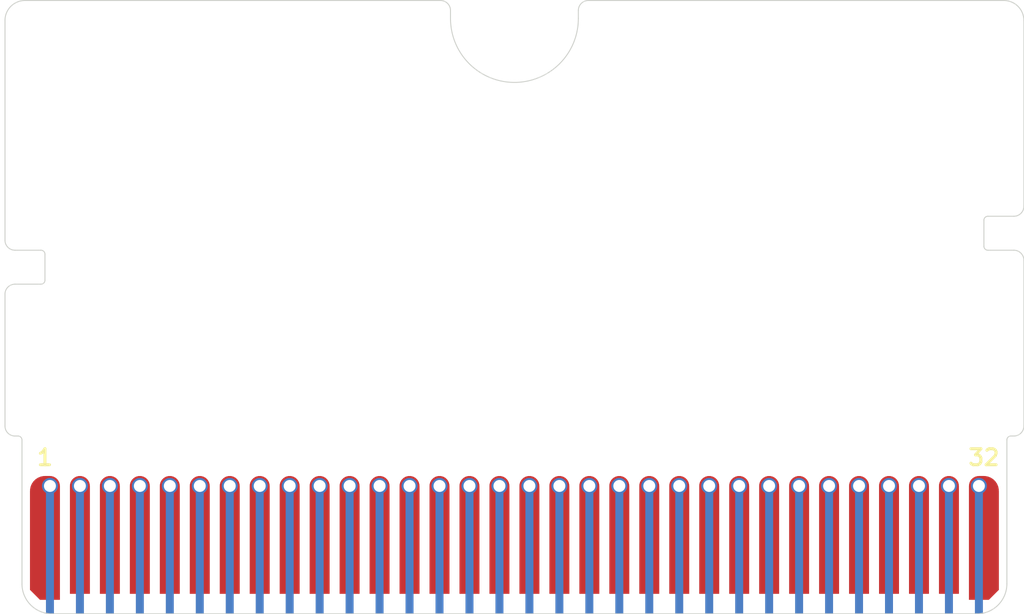
<source format=kicad_pcb>
(kicad_pcb (version 20171130) (host pcbnew "(5.1.6-0-10_14)")

  (general
    (thickness 0.8)
    (drawings 38)
    (tracks 0)
    (zones 0)
    (modules 1)
    (nets 33)
  )

  (page A4)
  (layers
    (0 F.Cu signal)
    (31 B.Cu signal)
    (32 B.Adhes user)
    (33 F.Adhes user)
    (34 B.Paste user)
    (35 F.Paste user)
    (36 B.SilkS user)
    (37 F.SilkS user)
    (38 B.Mask user hide)
    (39 F.Mask user hide)
    (40 Dwgs.User user)
    (41 Cmts.User user)
    (42 Eco1.User user)
    (43 Eco2.User user)
    (44 Edge.Cuts user)
    (45 Margin user)
    (46 B.CrtYd user)
    (47 F.CrtYd user)
    (48 B.Fab user)
    (49 F.Fab user)
  )

  (setup
    (last_trace_width 0.25)
    (trace_clearance 0.2)
    (zone_clearance 0.508)
    (zone_45_only no)
    (trace_min 0.2)
    (via_size 0.8)
    (via_drill 0.4)
    (via_min_size 0.4)
    (via_min_drill 0.3)
    (uvia_size 0.3)
    (uvia_drill 0.1)
    (uvias_allowed no)
    (uvia_min_size 0.2)
    (uvia_min_drill 0.1)
    (edge_width 0.05)
    (segment_width 0.2)
    (pcb_text_width 0.3)
    (pcb_text_size 1.5 1.5)
    (mod_edge_width 0.12)
    (mod_text_size 1 1)
    (mod_text_width 0.15)
    (pad_size 1.524 1.524)
    (pad_drill 0.762)
    (pad_to_mask_clearance 0.05)
    (aux_axis_origin 0 0)
    (visible_elements FFFFFF7F)
    (pcbplotparams
      (layerselection 0x010fc_ffffffff)
      (usegerberextensions false)
      (usegerberattributes true)
      (usegerberadvancedattributes true)
      (creategerberjobfile true)
      (excludeedgelayer true)
      (linewidth 0.100000)
      (plotframeref false)
      (viasonmask false)
      (mode 1)
      (useauxorigin false)
      (hpglpennumber 1)
      (hpglpenspeed 20)
      (hpglpendiameter 15.000000)
      (psnegative false)
      (psa4output false)
      (plotreference true)
      (plotvalue true)
      (plotinvisibletext false)
      (padsonsilk false)
      (subtractmaskfromsilk false)
      (outputformat 1)
      (mirror false)
      (drillshape 1)
      (scaleselection 1)
      (outputdirectory ""))
  )

  (net 0 "")
  (net 1 "Net-(J1-Pad32)")
  (net 2 "Net-(J1-Pad1)")
  (net 3 "Net-(J1-Pad31)")
  (net 4 "Net-(J1-Pad30)")
  (net 5 "Net-(J1-Pad29)")
  (net 6 "Net-(J1-Pad28)")
  (net 7 "Net-(J1-Pad27)")
  (net 8 "Net-(J1-Pad26)")
  (net 9 "Net-(J1-Pad25)")
  (net 10 "Net-(J1-Pad24)")
  (net 11 "Net-(J1-Pad23)")
  (net 12 "Net-(J1-Pad22)")
  (net 13 "Net-(J1-Pad21)")
  (net 14 "Net-(J1-Pad20)")
  (net 15 "Net-(J1-Pad19)")
  (net 16 "Net-(J1-Pad18)")
  (net 17 "Net-(J1-Pad17)")
  (net 18 "Net-(J1-Pad16)")
  (net 19 "Net-(J1-Pad15)")
  (net 20 "Net-(J1-Pad14)")
  (net 21 "Net-(J1-Pad13)")
  (net 22 "Net-(J1-Pad12)")
  (net 23 "Net-(J1-Pad11)")
  (net 24 "Net-(J1-Pad10)")
  (net 25 "Net-(J1-Pad9)")
  (net 26 "Net-(J1-Pad8)")
  (net 27 "Net-(J1-Pad7)")
  (net 28 "Net-(J1-Pad6)")
  (net 29 "Net-(J1-Pad5)")
  (net 30 "Net-(J1-Pad4)")
  (net 31 "Net-(J1-Pad3)")
  (net 32 "Net-(J1-Pad2)")

  (net_class Default "This is the default net class."
    (clearance 0.2)
    (trace_width 0.25)
    (via_dia 0.8)
    (via_drill 0.4)
    (uvia_dia 0.3)
    (uvia_drill 0.1)
    (add_net "Net-(J1-Pad1)")
    (add_net "Net-(J1-Pad10)")
    (add_net "Net-(J1-Pad11)")
    (add_net "Net-(J1-Pad12)")
    (add_net "Net-(J1-Pad13)")
    (add_net "Net-(J1-Pad14)")
    (add_net "Net-(J1-Pad15)")
    (add_net "Net-(J1-Pad16)")
    (add_net "Net-(J1-Pad17)")
    (add_net "Net-(J1-Pad18)")
    (add_net "Net-(J1-Pad19)")
    (add_net "Net-(J1-Pad2)")
    (add_net "Net-(J1-Pad20)")
    (add_net "Net-(J1-Pad21)")
    (add_net "Net-(J1-Pad22)")
    (add_net "Net-(J1-Pad23)")
    (add_net "Net-(J1-Pad24)")
    (add_net "Net-(J1-Pad25)")
    (add_net "Net-(J1-Pad26)")
    (add_net "Net-(J1-Pad27)")
    (add_net "Net-(J1-Pad28)")
    (add_net "Net-(J1-Pad29)")
    (add_net "Net-(J1-Pad3)")
    (add_net "Net-(J1-Pad30)")
    (add_net "Net-(J1-Pad31)")
    (add_net "Net-(J1-Pad32)")
    (add_net "Net-(J1-Pad4)")
    (add_net "Net-(J1-Pad5)")
    (add_net "Net-(J1-Pad6)")
    (add_net "Net-(J1-Pad7)")
    (add_net "Net-(J1-Pad8)")
    (add_net "Net-(J1-Pad9)")
  )

  (module Connector_GameBoy:GameBoy_GamePak_AGB-002_P1.50mm_Edge (layer F.Cu) (tedit 5EDBE89B) (tstamp 5EDD4958)
    (at 124.5 107.2)
    (descr "Game Boy Game Pak (AGB) edge connector")
    (tags "game boy game pak agb ags gba advance edge connector")
    (path /5EDD413B)
    (fp_text reference J1 (at 3.425 1.5) (layer F.Fab) hide
      (effects (font (size 1 1) (thickness 0.15)) (justify left))
    )
    (fp_text value GameBoy_GamePak_AGB-002 (at 25.5 10.9) (layer F.Fab) hide
      (effects (font (size 1 1) (thickness 0.15)))
    )
    (fp_arc (start 50.5 0) (end 50.5 0.5) (angle -90) (layer F.Fab) (width 0.05))
    (fp_arc (start 0.5 0) (end 0 0) (angle -90) (layer F.Fab) (width 0.05))
    (fp_arc (start 50.35 0.7) (end 50.35 0.5) (angle -90) (layer F.Fab) (width 0.05))
    (fp_arc (start 0.65 0.7) (end 0.85 0.7) (angle -90) (layer F.Fab) (width 0.05))
    (fp_text user 32 (at 49 1.575) (layer F.SilkS)
      (effects (font (size 0.8 0.8) (thickness 0.15)))
    )
    (fp_arc (start 48.65 7.9) (end 48.65 9.4) (angle -90) (layer F.Fab) (width 0.05))
    (fp_arc (start 2.35 7.9) (end 0.85 7.9) (angle -90) (layer F.Fab) (width 0.05))
    (fp_text user 1 (at 2 1.575) (layer F.SilkS)
      (effects (font (size 0.8 0.8) (thickness 0.15)))
    )
    (fp_line (start 50.5 0.5) (end 50.35 0.5) (layer F.Fab) (width 0.05))
    (fp_line (start 0.65 0.5) (end 0.5 0.5) (layer F.Fab) (width 0.05))
    (fp_poly (pts (xy 50.15 9.4) (xy 49.35 9.4) (xy 49.35 3.7) (xy 50.15 3.7)) (layer B.Mask) (width 0))
    (fp_poly (pts (xy 1.65 9.4) (xy 0.85 9.4) (xy 0.85 3.7) (xy 1.65 3.7)) (layer B.Mask) (width 0))
    (fp_line (start 2.35 9.4) (end 48.65 9.4) (layer F.Fab) (width 0.05))
    (fp_line (start 0.85 7.9) (end 0.85 0.7) (layer F.Fab) (width 0.05))
    (fp_line (start 50.15 0.7) (end 50.15 7.9) (layer F.Fab) (width 0.05))
    (fp_poly (pts (xy 3.25 3.7) (xy 4.25 3.7) (xy 4.25 8.4) (xy 3.25 8.4)) (layer F.Mask) (width 0))
    (fp_poly (pts (xy 1.25 3.7) (xy 2.75 3.7) (xy 2.75 8.7) (xy 1.75 8.7)
      (xy 1.25 8.2)) (layer F.Mask) (width 0))
    (fp_poly (pts (xy 4.75 3.7) (xy 5.75 3.7) (xy 5.75 8.4) (xy 4.75 8.4)) (layer F.Mask) (width 0))
    (fp_poly (pts (xy 6.25 3.7) (xy 7.25 3.7) (xy 7.25 8.4) (xy 6.25 8.4)) (layer F.Mask) (width 0))
    (fp_poly (pts (xy 7.75 3.7) (xy 8.75 3.7) (xy 8.75 8.4) (xy 7.75 8.4)) (layer F.Mask) (width 0))
    (fp_poly (pts (xy 9.25 3.7) (xy 10.25 3.7) (xy 10.25 8.4) (xy 9.25 8.4)) (layer F.Mask) (width 0))
    (fp_poly (pts (xy 10.75 3.7) (xy 11.75 3.7) (xy 11.75 8.4) (xy 10.75 8.4)) (layer F.Mask) (width 0))
    (fp_poly (pts (xy 12.25 3.7) (xy 13.25 3.7) (xy 13.25 8.4) (xy 12.25 8.4)) (layer F.Mask) (width 0))
    (fp_poly (pts (xy 13.75 3.7) (xy 14.75 3.7) (xy 14.75 8.4) (xy 13.75 8.4)) (layer F.Mask) (width 0))
    (fp_poly (pts (xy 15.25 3.7) (xy 16.25 3.7) (xy 16.25 8.4) (xy 15.25 8.4)) (layer F.Mask) (width 0))
    (fp_poly (pts (xy 16.75 3.7) (xy 17.75 3.7) (xy 17.75 8.4) (xy 16.75 8.4)) (layer F.Mask) (width 0))
    (fp_poly (pts (xy 18.25 3.7) (xy 19.25 3.7) (xy 19.25 8.4) (xy 18.25 8.4)) (layer F.Mask) (width 0))
    (fp_poly (pts (xy 19.75 3.7) (xy 20.75 3.7) (xy 20.75 8.4) (xy 19.75 8.4)) (layer F.Mask) (width 0))
    (fp_poly (pts (xy 21.25 3.7) (xy 22.25 3.7) (xy 22.25 8.4) (xy 21.25 8.4)) (layer F.Mask) (width 0))
    (fp_poly (pts (xy 22.75 3.7) (xy 23.75 3.7) (xy 23.75 8.4) (xy 22.75 8.4)) (layer F.Mask) (width 0))
    (fp_poly (pts (xy 24.25 3.7) (xy 25.25 3.7) (xy 25.25 8.4) (xy 24.25 8.4)) (layer F.Mask) (width 0))
    (fp_poly (pts (xy 25.75 3.7) (xy 26.75 3.7) (xy 26.75 8.4) (xy 25.75 8.4)) (layer F.Mask) (width 0))
    (fp_poly (pts (xy 27.25 3.7) (xy 28.25 3.7) (xy 28.25 8.4) (xy 27.25 8.4)) (layer F.Mask) (width 0))
    (fp_poly (pts (xy 28.75 3.7) (xy 29.75 3.7) (xy 29.75 8.4) (xy 28.75 8.4)) (layer F.Mask) (width 0))
    (fp_poly (pts (xy 30.25 3.7) (xy 31.25 3.7) (xy 31.25 8.4) (xy 30.25 8.4)) (layer F.Mask) (width 0))
    (fp_poly (pts (xy 31.75 3.7) (xy 32.75 3.7) (xy 32.75 8.4) (xy 31.75 8.4)) (layer F.Mask) (width 0))
    (fp_poly (pts (xy 33.25 3.7) (xy 34.25 3.7) (xy 34.25 8.4) (xy 33.25 8.4)) (layer F.Mask) (width 0))
    (fp_poly (pts (xy 34.75 3.7) (xy 35.75 3.7) (xy 35.75 8.4) (xy 34.75 8.4)) (layer F.Mask) (width 0))
    (fp_poly (pts (xy 36.25 3.7) (xy 37.25 3.7) (xy 37.25 8.4) (xy 36.25 8.4)) (layer F.Mask) (width 0))
    (fp_poly (pts (xy 37.75 3.7) (xy 38.75 3.7) (xy 38.75 8.4) (xy 37.75 8.4)) (layer F.Mask) (width 0))
    (fp_poly (pts (xy 39.25 3.7) (xy 40.25 3.7) (xy 40.25 8.4) (xy 39.25 8.4)) (layer F.Mask) (width 0))
    (fp_poly (pts (xy 40.75 3.7) (xy 41.75 3.7) (xy 41.75 8.4) (xy 40.75 8.4)) (layer F.Mask) (width 0))
    (fp_poly (pts (xy 42.25 3.7) (xy 43.25 3.7) (xy 43.25 8.4) (xy 42.25 8.4)) (layer F.Mask) (width 0))
    (fp_poly (pts (xy 43.75 3.7) (xy 44.75 3.7) (xy 44.75 8.4) (xy 43.75 8.4)) (layer F.Mask) (width 0))
    (fp_poly (pts (xy 45.25 3.7) (xy 46.25 3.7) (xy 46.25 8.4) (xy 45.25 8.4)) (layer F.Mask) (width 0))
    (fp_poly (pts (xy 46.75 3.7) (xy 47.75 3.7) (xy 47.75 8.4) (xy 46.75 8.4)) (layer F.Mask) (width 0))
    (fp_poly (pts (xy 48.25 3.7) (xy 49.75 3.7) (xy 49.75 8.2) (xy 49.25 8.7)
      (xy 48.25 8.7)) (layer F.Mask) (width 0))
    (fp_poly (pts (xy 3.15 9.4) (xy 2.85 9.4) (xy 2.85 3.7) (xy 3.15 3.7)) (layer B.Mask) (width 0))
    (fp_poly (pts (xy 3.95 9.4) (xy 3.55 9.4) (xy 3.55 3.3) (xy 3.95 3.3)) (layer B.Cu) (width 0))
    (fp_poly (pts (xy 5.45 9.4) (xy 5.05 9.4) (xy 5.05 3.3) (xy 5.45 3.3)) (layer B.Cu) (width 0))
    (fp_poly (pts (xy 6.95 9.4) (xy 6.55 9.4) (xy 6.55 3.3) (xy 6.95 3.3)) (layer B.Cu) (width 0))
    (fp_poly (pts (xy 8.45 9.4) (xy 8.05 9.4) (xy 8.05 3.3) (xy 8.45 3.3)) (layer B.Cu) (width 0))
    (fp_poly (pts (xy 9.95 9.4) (xy 9.55 9.4) (xy 9.55 3.3) (xy 9.95 3.3)) (layer B.Cu) (width 0))
    (fp_poly (pts (xy 11.45 9.4) (xy 11.05 9.4) (xy 11.05 3.3) (xy 11.45 3.3)) (layer B.Cu) (width 0))
    (fp_poly (pts (xy 12.95 9.4) (xy 12.55 9.4) (xy 12.55 3.3) (xy 12.95 3.3)) (layer B.Cu) (width 0))
    (fp_poly (pts (xy 14.45 9.4) (xy 14.05 9.4) (xy 14.05 3.3) (xy 14.45 3.3)) (layer B.Cu) (width 0))
    (fp_poly (pts (xy 15.95 9.4) (xy 15.55 9.4) (xy 15.55 3.3) (xy 15.95 3.3)) (layer B.Cu) (width 0))
    (fp_poly (pts (xy 17.45 9.4) (xy 17.05 9.4) (xy 17.05 3.3) (xy 17.45 3.3)) (layer B.Cu) (width 0))
    (fp_poly (pts (xy 18.95 9.4) (xy 18.55 9.4) (xy 18.55 3.3) (xy 18.95 3.3)) (layer B.Cu) (width 0))
    (fp_poly (pts (xy 20.45 9.4) (xy 20.05 9.4) (xy 20.05 3.3) (xy 20.45 3.3)) (layer B.Cu) (width 0))
    (fp_poly (pts (xy 21.95 9.4) (xy 21.55 9.4) (xy 21.55 3.3) (xy 21.95 3.3)) (layer B.Cu) (width 0))
    (fp_poly (pts (xy 23.45 9.4) (xy 23.05 9.4) (xy 23.05 3.3) (xy 23.45 3.3)) (layer B.Cu) (width 0))
    (fp_poly (pts (xy 24.95 9.4) (xy 24.55 9.4) (xy 24.55 3.3) (xy 24.95 3.3)) (layer B.Cu) (width 0))
    (fp_poly (pts (xy 26.45 9.4) (xy 26.05 9.4) (xy 26.05 3.3) (xy 26.45 3.3)) (layer B.Cu) (width 0))
    (fp_poly (pts (xy 27.95 9.4) (xy 27.55 9.4) (xy 27.55 3.3) (xy 27.95 3.3)) (layer B.Cu) (width 0))
    (fp_poly (pts (xy 29.45 9.4) (xy 29.05 9.4) (xy 29.05 3.3) (xy 29.45 3.3)) (layer B.Cu) (width 0))
    (fp_poly (pts (xy 30.95 9.4) (xy 30.55 9.4) (xy 30.55 3.3) (xy 30.95 3.3)) (layer B.Cu) (width 0))
    (fp_poly (pts (xy 32.45 9.4) (xy 32.05 9.4) (xy 32.05 3.3) (xy 32.45 3.3)) (layer B.Cu) (width 0))
    (fp_poly (pts (xy 33.95 9.4) (xy 33.55 9.4) (xy 33.55 3.3) (xy 33.95 3.3)) (layer B.Cu) (width 0))
    (fp_poly (pts (xy 35.45 9.4) (xy 35.05 9.4) (xy 35.05 3.3) (xy 35.45 3.3)) (layer B.Cu) (width 0))
    (fp_poly (pts (xy 36.95 9.4) (xy 36.55 9.4) (xy 36.55 3.3) (xy 36.95 3.3)) (layer B.Cu) (width 0))
    (fp_poly (pts (xy 38.45 9.4) (xy 38.05 9.4) (xy 38.05 3.3) (xy 38.45 3.3)) (layer B.Cu) (width 0))
    (fp_poly (pts (xy 39.95 9.4) (xy 39.55 9.4) (xy 39.55 3.3) (xy 39.95 3.3)) (layer B.Cu) (width 0))
    (fp_poly (pts (xy 41.45 9.4) (xy 41.05 9.4) (xy 41.05 3.3) (xy 41.45 3.3)) (layer B.Cu) (width 0))
    (fp_poly (pts (xy 42.95 9.4) (xy 42.55 9.4) (xy 42.55 3.3) (xy 42.95 3.3)) (layer B.Cu) (width 0))
    (fp_poly (pts (xy 44.45 9.4) (xy 44.05 9.4) (xy 44.05 3.3) (xy 44.45 3.3)) (layer B.Cu) (width 0))
    (fp_poly (pts (xy 45.95 9.4) (xy 45.55 9.4) (xy 45.55 3.3) (xy 45.95 3.3)) (layer B.Cu) (width 0))
    (fp_poly (pts (xy 47.45 9.4) (xy 47.05 9.4) (xy 47.05 3.3) (xy 47.45 3.3)) (layer B.Cu) (width 0))
    (fp_poly (pts (xy 4.65 9.4) (xy 4.35 9.4) (xy 4.35 3.7) (xy 4.65 3.7)) (layer B.Mask) (width 0))
    (fp_poly (pts (xy 6.15 9.4) (xy 5.85 9.4) (xy 5.85 3.7) (xy 6.15 3.7)) (layer B.Mask) (width 0))
    (fp_poly (pts (xy 7.65 9.4) (xy 7.35 9.4) (xy 7.35 3.7) (xy 7.65 3.7)) (layer B.Mask) (width 0))
    (fp_poly (pts (xy 9.15 9.4) (xy 8.85 9.4) (xy 8.85 3.7) (xy 9.15 3.7)) (layer B.Mask) (width 0))
    (fp_poly (pts (xy 10.65 9.4) (xy 10.35 9.4) (xy 10.35 3.7) (xy 10.65 3.7)) (layer B.Mask) (width 0))
    (fp_poly (pts (xy 12.15 9.4) (xy 11.85 9.4) (xy 11.85 3.7) (xy 12.15 3.7)) (layer B.Mask) (width 0))
    (fp_poly (pts (xy 13.65 9.4) (xy 13.35 9.4) (xy 13.35 3.7) (xy 13.65 3.7)) (layer B.Mask) (width 0))
    (fp_poly (pts (xy 15.15 9.4) (xy 14.85 9.4) (xy 14.85 3.7) (xy 15.15 3.7)) (layer B.Mask) (width 0))
    (fp_poly (pts (xy 16.65 9.4) (xy 16.35 9.4) (xy 16.35 3.7) (xy 16.65 3.7)) (layer B.Mask) (width 0))
    (fp_poly (pts (xy 18.15 9.4) (xy 17.85 9.4) (xy 17.85 3.7) (xy 18.15 3.7)) (layer B.Mask) (width 0))
    (fp_poly (pts (xy 19.65 9.4) (xy 19.35 9.4) (xy 19.35 3.7) (xy 19.65 3.7)) (layer B.Mask) (width 0))
    (fp_poly (pts (xy 21.15 9.4) (xy 20.85 9.4) (xy 20.85 3.7) (xy 21.15 3.7)) (layer B.Mask) (width 0))
    (fp_poly (pts (xy 22.65 9.4) (xy 22.35 9.4) (xy 22.35 3.7) (xy 22.65 3.7)) (layer B.Mask) (width 0))
    (fp_poly (pts (xy 24.15 9.4) (xy 23.85 9.4) (xy 23.85 3.7) (xy 24.15 3.7)) (layer B.Mask) (width 0))
    (fp_poly (pts (xy 25.65 9.4) (xy 25.35 9.4) (xy 25.35 3.7) (xy 25.65 3.7)) (layer B.Mask) (width 0))
    (fp_poly (pts (xy 27.15 9.4) (xy 26.85 9.4) (xy 26.85 3.7) (xy 27.15 3.7)) (layer B.Mask) (width 0))
    (fp_poly (pts (xy 28.65 9.4) (xy 28.35 9.4) (xy 28.35 3.7) (xy 28.65 3.7)) (layer B.Mask) (width 0))
    (fp_poly (pts (xy 30.15 9.4) (xy 29.85 9.4) (xy 29.85 3.7) (xy 30.15 3.7)) (layer B.Mask) (width 0))
    (fp_poly (pts (xy 31.65 9.4) (xy 31.35 9.4) (xy 31.35 3.7) (xy 31.65 3.7)) (layer B.Mask) (width 0))
    (fp_poly (pts (xy 33.15 9.4) (xy 32.85 9.4) (xy 32.85 3.7) (xy 33.15 3.7)) (layer B.Mask) (width 0))
    (fp_poly (pts (xy 34.65 9.4) (xy 34.35 9.4) (xy 34.35 3.7) (xy 34.65 3.7)) (layer B.Mask) (width 0))
    (fp_poly (pts (xy 36.15 9.4) (xy 35.85 9.4) (xy 35.85 3.7) (xy 36.15 3.7)) (layer B.Mask) (width 0))
    (fp_poly (pts (xy 37.65 9.4) (xy 37.35 9.4) (xy 37.35 3.7) (xy 37.65 3.7)) (layer B.Mask) (width 0))
    (fp_poly (pts (xy 39.15 9.4) (xy 38.85 9.4) (xy 38.85 3.7) (xy 39.15 3.7)) (layer B.Mask) (width 0))
    (fp_poly (pts (xy 40.65 9.4) (xy 40.35 9.4) (xy 40.35 3.7) (xy 40.65 3.7)) (layer B.Mask) (width 0))
    (fp_poly (pts (xy 42.15 9.4) (xy 41.85 9.4) (xy 41.85 3.7) (xy 42.15 3.7)) (layer B.Mask) (width 0))
    (fp_poly (pts (xy 43.65 9.4) (xy 43.35 9.4) (xy 43.35 3.7) (xy 43.65 3.7)) (layer B.Mask) (width 0))
    (fp_poly (pts (xy 45.15 9.4) (xy 44.85 9.4) (xy 44.85 3.7) (xy 45.15 3.7)) (layer B.Mask) (width 0))
    (fp_poly (pts (xy 46.65 9.4) (xy 46.35 9.4) (xy 46.35 3.7) (xy 46.65 3.7)) (layer B.Mask) (width 0))
    (fp_poly (pts (xy 48.15 9.4) (xy 47.85 9.4) (xy 47.85 3.7) (xy 48.15 3.7)) (layer B.Mask) (width 0))
    (fp_poly (pts (xy 48.95 9.4) (xy 48.55 9.4) (xy 48.55 3.3) (xy 48.95 3.3)) (layer B.Cu) (width 0))
    (fp_poly (pts (xy 2.45 9.4) (xy 2.05 9.4) (xy 2.05 3.3) (xy 2.45 3.3)) (layer B.Cu) (width 0))
    (fp_poly (pts (xy 50.15 9.4) (xy 0.85 9.4) (xy 0.85 3.7) (xy 50.15 3.7)) (layer F.Mask) (width 0))
    (pad 32 connect custom (at 48.75 3) (size 0.8 0.8) (layers F.Cu)
      (net 1 "Net-(J1-Pad32)") (zone_connect 0)
      (options (clearance outline) (anchor circle))
      (primitives
        (gr_line (start 0 -0.45) (end 0.25 -0.45) (width 0.1))
        (gr_poly (pts
           (xy -0.5 5.7) (xy -0.5 0.25) (xy 1 0.25) (xy 1 5.2) (xy 0.5 5.7)
) (width 0))
        (gr_circle (center 0.25 0.25) (end 0.625 0.25) (width 0.75))
        (gr_circle (center 0 0) (end 0.25 0) (width 0.5))
        (gr_line (start -0.45 0) (end -0.45 0.25) (width 0.1))
      ))
    (pad 1 connect custom (at 2.25 3) (size 0.8 0.8) (layers F.Cu)
      (net 2 "Net-(J1-Pad1)") (zone_connect 0)
      (options (clearance outline) (anchor circle))
      (primitives
        (gr_line (start -0.25 -0.45) (end 0 -0.45) (width 0.1))
        (gr_circle (center 0 0) (end 0.25 0) (width 0.5))
        (gr_poly (pts
           (xy -1 5.2) (xy -1 0.25) (xy 0.5 0.25) (xy 0.5 5.7) (xy -0.5 5.7)
) (width 0))
        (gr_circle (center -0.25 0.25) (end 0.125 0.25) (width 0.75))
        (gr_line (start 0.45 0) (end 0.45 0.25) (width 0.1))
      ))
    (pad 31 thru_hole circle (at 47.25 3) (size 0.8 0.8) (drill 0.6) (layers *.Cu *.Mask)
      (net 3 "Net-(J1-Pad31)"))
    (pad 30 thru_hole circle (at 45.75 3) (size 0.8 0.8) (drill 0.6) (layers *.Cu *.Mask)
      (net 4 "Net-(J1-Pad30)"))
    (pad 29 thru_hole circle (at 44.25 3) (size 0.8 0.8) (drill 0.6) (layers *.Cu *.Mask)
      (net 5 "Net-(J1-Pad29)"))
    (pad 28 thru_hole circle (at 42.75 3) (size 0.8 0.8) (drill 0.6) (layers *.Cu *.Mask)
      (net 6 "Net-(J1-Pad28)"))
    (pad 27 thru_hole circle (at 41.25 3) (size 0.8 0.8) (drill 0.6) (layers *.Cu *.Mask)
      (net 7 "Net-(J1-Pad27)"))
    (pad 26 thru_hole circle (at 39.75 3) (size 0.8 0.8) (drill 0.6) (layers *.Cu *.Mask)
      (net 8 "Net-(J1-Pad26)"))
    (pad 25 thru_hole circle (at 38.25 3) (size 0.8 0.8) (drill 0.6) (layers *.Cu *.Mask)
      (net 9 "Net-(J1-Pad25)"))
    (pad 24 thru_hole circle (at 36.75 3) (size 0.8 0.8) (drill 0.6) (layers *.Cu *.Mask)
      (net 10 "Net-(J1-Pad24)"))
    (pad 23 thru_hole circle (at 35.25 3) (size 0.8 0.8) (drill 0.6) (layers *.Cu *.Mask)
      (net 11 "Net-(J1-Pad23)"))
    (pad 22 thru_hole circle (at 33.75 3) (size 0.8 0.8) (drill 0.6) (layers *.Cu *.Mask)
      (net 12 "Net-(J1-Pad22)"))
    (pad 21 thru_hole circle (at 32.25 3) (size 0.8 0.8) (drill 0.6) (layers *.Cu *.Mask)
      (net 13 "Net-(J1-Pad21)"))
    (pad 20 thru_hole circle (at 30.75 3) (size 0.8 0.8) (drill 0.6) (layers *.Cu *.Mask)
      (net 14 "Net-(J1-Pad20)"))
    (pad 19 thru_hole circle (at 29.25 3) (size 0.8 0.8) (drill 0.6) (layers *.Cu *.Mask)
      (net 15 "Net-(J1-Pad19)"))
    (pad 18 thru_hole circle (at 27.75 3) (size 0.8 0.8) (drill 0.6) (layers *.Cu *.Mask)
      (net 16 "Net-(J1-Pad18)"))
    (pad 17 thru_hole circle (at 26.25 3) (size 0.8 0.8) (drill 0.6) (layers *.Cu *.Mask)
      (net 17 "Net-(J1-Pad17)"))
    (pad 16 thru_hole circle (at 24.75 3) (size 0.8 0.8) (drill 0.6) (layers *.Cu *.Mask)
      (net 18 "Net-(J1-Pad16)"))
    (pad 15 thru_hole circle (at 23.25 3) (size 0.8 0.8) (drill 0.6) (layers *.Cu *.Mask)
      (net 19 "Net-(J1-Pad15)"))
    (pad 14 thru_hole circle (at 21.75 3) (size 0.8 0.8) (drill 0.6) (layers *.Cu *.Mask)
      (net 20 "Net-(J1-Pad14)"))
    (pad 13 thru_hole circle (at 20.25 3) (size 0.8 0.8) (drill 0.6) (layers *.Cu *.Mask)
      (net 21 "Net-(J1-Pad13)"))
    (pad 12 thru_hole circle (at 18.75 3) (size 0.8 0.8) (drill 0.6) (layers *.Cu *.Mask)
      (net 22 "Net-(J1-Pad12)"))
    (pad 11 thru_hole circle (at 17.25 3) (size 0.8 0.8) (drill 0.6) (layers *.Cu *.Mask)
      (net 23 "Net-(J1-Pad11)"))
    (pad 10 thru_hole circle (at 15.75 3) (size 0.8 0.8) (drill 0.6) (layers *.Cu *.Mask)
      (net 24 "Net-(J1-Pad10)"))
    (pad 9 thru_hole circle (at 14.25 3) (size 0.8 0.8) (drill 0.6) (layers *.Cu *.Mask)
      (net 25 "Net-(J1-Pad9)"))
    (pad 8 thru_hole circle (at 12.75 3) (size 0.8 0.8) (drill 0.6) (layers *.Cu *.Mask)
      (net 26 "Net-(J1-Pad8)"))
    (pad 7 thru_hole circle (at 11.25 3) (size 0.8 0.8) (drill 0.6) (layers *.Cu *.Mask)
      (net 27 "Net-(J1-Pad7)"))
    (pad 6 thru_hole circle (at 9.75 3) (size 0.8 0.8) (drill 0.6) (layers *.Cu *.Mask)
      (net 28 "Net-(J1-Pad6)"))
    (pad 5 thru_hole circle (at 8.25 3) (size 0.8 0.8) (drill 0.6) (layers *.Cu *.Mask)
      (net 29 "Net-(J1-Pad5)"))
    (pad 4 thru_hole circle (at 6.75 3) (size 0.8 0.8) (drill 0.6) (layers *.Cu *.Mask)
      (net 30 "Net-(J1-Pad4)"))
    (pad 3 thru_hole circle (at 5.25 3) (size 0.8 0.8) (drill 0.6) (layers *.Cu *.Mask)
      (net 31 "Net-(J1-Pad3)"))
    (pad 31 connect custom (at 47.25 3) (size 0.8 0.8) (layers F.Cu)
      (net 3 "Net-(J1-Pad31)") (zone_connect 0)
      (options (clearance outline) (anchor circle))
      (primitives
        (gr_poly (pts
           (xy -0.5 5.4) (xy 0.5 5.4) (xy 0.5 0) (xy -0.5 0)) (width 0))
        (gr_circle (center -0.001247 0) (end 0.25 0) (width 0.5))
      ))
    (pad 30 connect custom (at 45.75 3) (size 0.8 0.8) (layers F.Cu)
      (net 4 "Net-(J1-Pad30)") (zone_connect 0)
      (options (clearance outline) (anchor circle))
      (primitives
        (gr_poly (pts
           (xy -0.5 5.4) (xy 0.5 5.4) (xy 0.5 0) (xy -0.5 0)) (width 0))
        (gr_circle (center -0.001247 0) (end 0.25 0) (width 0.5))
      ))
    (pad 29 connect custom (at 44.25 3) (size 0.8 0.8) (layers F.Cu)
      (net 5 "Net-(J1-Pad29)") (zone_connect 0)
      (options (clearance outline) (anchor circle))
      (primitives
        (gr_poly (pts
           (xy -0.5 5.4) (xy 0.5 5.4) (xy 0.5 0) (xy -0.5 0)) (width 0))
        (gr_circle (center -0.001247 0) (end 0.25 0) (width 0.5))
      ))
    (pad 28 connect custom (at 42.75 3) (size 0.8 0.8) (layers F.Cu)
      (net 6 "Net-(J1-Pad28)") (zone_connect 0)
      (options (clearance outline) (anchor circle))
      (primitives
        (gr_poly (pts
           (xy -0.5 5.4) (xy 0.5 5.4) (xy 0.5 0) (xy -0.5 0)) (width 0))
        (gr_circle (center -0.001247 0) (end 0.25 0) (width 0.5))
      ))
    (pad 27 connect custom (at 41.25 3) (size 0.8 0.8) (layers F.Cu)
      (net 7 "Net-(J1-Pad27)") (zone_connect 0)
      (options (clearance outline) (anchor circle))
      (primitives
        (gr_poly (pts
           (xy -0.5 5.4) (xy 0.5 5.4) (xy 0.5 0) (xy -0.5 0)) (width 0))
        (gr_circle (center -0.001247 0) (end 0.25 0) (width 0.5))
      ))
    (pad 26 connect custom (at 39.75 3) (size 0.8 0.8) (layers F.Cu)
      (net 8 "Net-(J1-Pad26)") (zone_connect 0)
      (options (clearance outline) (anchor circle))
      (primitives
        (gr_poly (pts
           (xy -0.5 5.4) (xy 0.5 5.4) (xy 0.5 0) (xy -0.5 0)) (width 0))
        (gr_circle (center -0.001247 0) (end 0.25 0) (width 0.5))
      ))
    (pad 25 connect custom (at 38.25 3) (size 0.8 0.8) (layers F.Cu)
      (net 9 "Net-(J1-Pad25)") (zone_connect 0)
      (options (clearance outline) (anchor circle))
      (primitives
        (gr_poly (pts
           (xy -0.5 5.4) (xy 0.5 5.4) (xy 0.5 0) (xy -0.5 0)) (width 0))
        (gr_circle (center -0.001247 0) (end 0.25 0) (width 0.5))
      ))
    (pad 24 connect custom (at 36.75 3) (size 0.8 0.8) (layers F.Cu)
      (net 10 "Net-(J1-Pad24)") (zone_connect 0)
      (options (clearance outline) (anchor circle))
      (primitives
        (gr_poly (pts
           (xy -0.5 5.4) (xy 0.5 5.4) (xy 0.5 0) (xy -0.5 0)) (width 0))
        (gr_circle (center -0.001247 0) (end 0.25 0) (width 0.5))
      ))
    (pad 23 connect custom (at 35.25 3) (size 0.8 0.8) (layers F.Cu)
      (net 11 "Net-(J1-Pad23)") (zone_connect 0)
      (options (clearance outline) (anchor circle))
      (primitives
        (gr_poly (pts
           (xy -0.5 5.4) (xy 0.5 5.4) (xy 0.5 0) (xy -0.5 0)) (width 0))
        (gr_circle (center -0.001247 0) (end 0.25 0) (width 0.5))
      ))
    (pad 22 connect custom (at 33.75 3) (size 0.8 0.8) (layers F.Cu)
      (net 12 "Net-(J1-Pad22)") (zone_connect 0)
      (options (clearance outline) (anchor circle))
      (primitives
        (gr_poly (pts
           (xy -0.5 5.4) (xy 0.5 5.4) (xy 0.5 0) (xy -0.5 0)) (width 0))
        (gr_circle (center -0.001247 0) (end 0.25 0) (width 0.5))
      ))
    (pad 21 connect custom (at 32.25 3) (size 0.8 0.8) (layers F.Cu)
      (net 13 "Net-(J1-Pad21)") (zone_connect 0)
      (options (clearance outline) (anchor circle))
      (primitives
        (gr_poly (pts
           (xy -0.5 5.4) (xy 0.5 5.4) (xy 0.5 0) (xy -0.5 0)) (width 0))
        (gr_circle (center -0.001247 0) (end 0.25 0) (width 0.5))
      ))
    (pad 20 connect custom (at 30.75 3) (size 0.8 0.8) (layers F.Cu)
      (net 14 "Net-(J1-Pad20)") (zone_connect 0)
      (options (clearance outline) (anchor circle))
      (primitives
        (gr_poly (pts
           (xy -0.5 5.4) (xy 0.5 5.4) (xy 0.5 0) (xy -0.5 0)) (width 0))
        (gr_circle (center -0.001247 0) (end 0.25 0) (width 0.5))
      ))
    (pad 19 connect custom (at 29.25 3) (size 0.8 0.8) (layers F.Cu)
      (net 15 "Net-(J1-Pad19)") (zone_connect 0)
      (options (clearance outline) (anchor circle))
      (primitives
        (gr_poly (pts
           (xy -0.5 5.4) (xy 0.5 5.4) (xy 0.5 0) (xy -0.5 0)) (width 0))
        (gr_circle (center -0.001247 0) (end 0.25 0) (width 0.5))
      ))
    (pad 18 connect custom (at 27.75 3) (size 0.8 0.8) (layers F.Cu)
      (net 16 "Net-(J1-Pad18)") (zone_connect 0)
      (options (clearance outline) (anchor circle))
      (primitives
        (gr_poly (pts
           (xy -0.5 5.4) (xy 0.5 5.4) (xy 0.5 0) (xy -0.5 0)) (width 0))
        (gr_circle (center -0.001247 0) (end 0.25 0) (width 0.5))
      ))
    (pad 17 connect custom (at 26.25 3) (size 0.8 0.8) (layers F.Cu)
      (net 17 "Net-(J1-Pad17)") (zone_connect 0)
      (options (clearance outline) (anchor circle))
      (primitives
        (gr_poly (pts
           (xy -0.5 5.4) (xy 0.5 5.4) (xy 0.5 0) (xy -0.5 0)) (width 0))
        (gr_circle (center -0.001247 0) (end 0.25 0) (width 0.5))
      ))
    (pad 16 connect custom (at 24.75 3) (size 0.8 0.8) (layers F.Cu)
      (net 18 "Net-(J1-Pad16)") (zone_connect 0)
      (options (clearance outline) (anchor circle))
      (primitives
        (gr_poly (pts
           (xy -0.5 5.4) (xy 0.5 5.4) (xy 0.5 0) (xy -0.5 0)) (width 0))
        (gr_circle (center -0.001247 0) (end 0.25 0) (width 0.5))
      ))
    (pad 15 connect custom (at 23.25 3) (size 0.8 0.8) (layers F.Cu)
      (net 19 "Net-(J1-Pad15)") (zone_connect 0)
      (options (clearance outline) (anchor circle))
      (primitives
        (gr_poly (pts
           (xy -0.5 5.4) (xy 0.5 5.4) (xy 0.5 0) (xy -0.5 0)) (width 0))
        (gr_circle (center -0.001247 0) (end 0.25 0) (width 0.5))
      ))
    (pad 14 connect custom (at 21.75 3) (size 0.8 0.8) (layers F.Cu)
      (net 20 "Net-(J1-Pad14)") (zone_connect 0)
      (options (clearance outline) (anchor circle))
      (primitives
        (gr_poly (pts
           (xy -0.5 5.4) (xy 0.5 5.4) (xy 0.5 0) (xy -0.5 0)) (width 0))
        (gr_circle (center -0.001247 0) (end 0.25 0) (width 0.5))
      ))
    (pad 13 connect custom (at 20.25 3) (size 0.8 0.8) (layers F.Cu)
      (net 21 "Net-(J1-Pad13)") (zone_connect 0)
      (options (clearance outline) (anchor circle))
      (primitives
        (gr_poly (pts
           (xy -0.5 5.4) (xy 0.5 5.4) (xy 0.5 0) (xy -0.5 0)) (width 0))
        (gr_circle (center -0.001247 0) (end 0.25 0) (width 0.5))
      ))
    (pad 12 connect custom (at 18.75 3) (size 0.8 0.8) (layers F.Cu)
      (net 22 "Net-(J1-Pad12)") (zone_connect 0)
      (options (clearance outline) (anchor circle))
      (primitives
        (gr_poly (pts
           (xy -0.5 5.4) (xy 0.5 5.4) (xy 0.5 0) (xy -0.5 0)) (width 0))
        (gr_circle (center -0.001247 0) (end 0.25 0) (width 0.5))
      ))
    (pad 11 connect custom (at 17.25 3) (size 0.8 0.8) (layers F.Cu)
      (net 23 "Net-(J1-Pad11)") (zone_connect 0)
      (options (clearance outline) (anchor circle))
      (primitives
        (gr_poly (pts
           (xy -0.5 5.4) (xy 0.5 5.4) (xy 0.5 0) (xy -0.5 0)) (width 0))
        (gr_circle (center -0.001247 0) (end 0.25 0) (width 0.5))
      ))
    (pad 10 connect custom (at 15.75 3) (size 0.8 0.8) (layers F.Cu)
      (net 24 "Net-(J1-Pad10)") (zone_connect 0)
      (options (clearance outline) (anchor circle))
      (primitives
        (gr_poly (pts
           (xy -0.5 5.4) (xy 0.5 5.4) (xy 0.5 0) (xy -0.5 0)) (width 0))
        (gr_circle (center -0.001247 0) (end 0.25 0) (width 0.5))
      ))
    (pad 9 connect custom (at 14.25 3) (size 0.8 0.8) (layers F.Cu)
      (net 25 "Net-(J1-Pad9)") (zone_connect 0)
      (options (clearance outline) (anchor circle))
      (primitives
        (gr_poly (pts
           (xy -0.5 5.4) (xy 0.5 5.4) (xy 0.5 0) (xy -0.5 0)) (width 0))
        (gr_circle (center -0.001247 0) (end 0.25 0) (width 0.5))
      ))
    (pad 8 connect custom (at 12.75 3) (size 0.8 0.8) (layers F.Cu)
      (net 26 "Net-(J1-Pad8)") (zone_connect 0)
      (options (clearance outline) (anchor circle))
      (primitives
        (gr_poly (pts
           (xy -0.5 5.4) (xy 0.5 5.4) (xy 0.5 0) (xy -0.5 0)) (width 0))
        (gr_circle (center -0.001247 0) (end 0.25 0) (width 0.5))
      ))
    (pad 7 connect custom (at 11.25 3) (size 0.8 0.8) (layers F.Cu)
      (net 27 "Net-(J1-Pad7)") (zone_connect 0)
      (options (clearance outline) (anchor circle))
      (primitives
        (gr_poly (pts
           (xy -0.5 5.4) (xy 0.5 5.4) (xy 0.5 0) (xy -0.5 0)) (width 0))
        (gr_circle (center -0.001247 0) (end 0.25 0) (width 0.5))
      ))
    (pad 6 connect custom (at 9.75 3) (size 0.8 0.8) (layers F.Cu)
      (net 28 "Net-(J1-Pad6)") (zone_connect 0)
      (options (clearance outline) (anchor circle))
      (primitives
        (gr_poly (pts
           (xy -0.5 5.4) (xy 0.5 5.4) (xy 0.5 0) (xy -0.5 0)) (width 0))
        (gr_circle (center -0.001247 0) (end 0.25 0) (width 0.5))
      ))
    (pad 5 connect custom (at 8.25 3) (size 0.8 0.8) (layers F.Cu)
      (net 29 "Net-(J1-Pad5)") (zone_connect 0)
      (options (clearance outline) (anchor circle))
      (primitives
        (gr_poly (pts
           (xy -0.5 5.4) (xy 0.5 5.4) (xy 0.5 0) (xy -0.5 0)) (width 0))
        (gr_circle (center -0.001247 0) (end 0.25 0) (width 0.5))
      ))
    (pad 4 connect custom (at 6.75 3) (size 0.8 0.8) (layers F.Cu)
      (net 30 "Net-(J1-Pad4)") (zone_connect 0)
      (options (clearance outline) (anchor circle))
      (primitives
        (gr_poly (pts
           (xy -0.5 5.4) (xy 0.5 5.4) (xy 0.5 0) (xy -0.5 0)) (width 0))
        (gr_circle (center -0.001247 0) (end 0.25 0) (width 0.5))
      ))
    (pad 3 connect custom (at 5.25 3) (size 0.8 0.8) (layers F.Cu)
      (net 31 "Net-(J1-Pad3)") (zone_connect 0)
      (options (clearance outline) (anchor circle))
      (primitives
        (gr_poly (pts
           (xy -0.5 5.4) (xy 0.5 5.4) (xy 0.5 0) (xy -0.5 0)) (width 0))
        (gr_circle (center -0.001247 0) (end 0.25 0) (width 0.5))
      ))
    (pad 2 connect custom (at 3.75 3) (size 0.8 0.8) (layers F.Cu)
      (net 32 "Net-(J1-Pad2)") (zone_connect 0)
      (options (clearance outline) (anchor circle))
      (primitives
        (gr_poly (pts
           (xy -0.5 5.4) (xy 0.5 5.4) (xy 0.5 0) (xy -0.5 0)) (width 0))
        (gr_circle (center -0.001247 0) (end 0.25 0) (width 0.5))
      ))
    (pad 32 thru_hole circle (at 48.75 3) (size 0.8 0.8) (drill 0.6) (layers *.Cu *.Mask)
      (net 1 "Net-(J1-Pad32)"))
    (pad 1 thru_hole circle (at 2.25 3) (size 0.8 0.8) (drill 0.6) (layers *.Cu *.Mask)
      (net 2 "Net-(J1-Pad1)"))
    (pad 2 thru_hole circle (at 3.75 3) (size 0.8 0.8) (drill 0.6) (layers *.Cu *.Mask)
      (net 32 "Net-(J1-Pad2)"))
  )

  (gr_arc (start 174.85 107.9) (end 174.85 107.7) (angle -90) (layer Edge.Cuts) (width 0.05) (tstamp 5EDC01E0))
  (gr_arc (start 175 107.2) (end 175 107.7) (angle -90) (layer Edge.Cuts) (width 0.05) (tstamp 5EDC01DF))
  (gr_line (start 175 107.7) (end 174.85 107.7) (layer Edge.Cuts) (width 0.05) (tstamp 5EDC01DE))
  (gr_arc (start 125.15 107.9) (end 125.35 107.9) (angle -90) (layer Edge.Cuts) (width 0.05) (tstamp 5EDC01DD))
  (gr_arc (start 125 107.2) (end 124.5 107.2) (angle -90) (layer Edge.Cuts) (width 0.05) (tstamp 5EDC01DC))
  (gr_arc (start 153.7 86.4) (end 153.7 85.9) (angle -90) (layer Edge.Cuts) (width 0.05) (tstamp 5EDC01DB))
  (gr_arc (start 146.3 86.4) (end 146.8 86.4) (angle -90) (layer Edge.Cuts) (width 0.05) (tstamp 5EDC01DA))
  (gr_arc (start 150 86.8) (end 146.8 86.8) (angle -180) (layer Edge.Cuts) (width 0.05) (tstamp 5EDC01D9))
  (gr_line (start 125.5 85.9) (end 146.3 85.9) (layer Edge.Cuts) (width 0.05) (tstamp 5EDC01D8))
  (gr_line (start 174.5 85.9) (end 153.7 85.9) (layer Edge.Cuts) (width 0.05) (tstamp 5EDC01D7))
  (gr_line (start 153.2 86.4) (end 153.2 86.8) (layer Edge.Cuts) (width 0.05) (tstamp 5EDC01D6))
  (gr_line (start 146.8 86.4) (end 146.8 86.8) (layer Edge.Cuts) (width 0.05) (tstamp 5EDC01D5))
  (gr_line (start 124.5 97.9) (end 124.5 86.9) (layer Edge.Cuts) (width 0.05) (tstamp 5EDC01D4))
  (gr_arc (start 126.3 98.6) (end 126.5 98.6) (angle -90) (layer Edge.Cuts) (width 0.05) (tstamp 5EDC01D3))
  (gr_line (start 173.5 96.9) (end 173.5 98.2) (layer Edge.Cuts) (width 0.05) (tstamp 5EDC01D2))
  (gr_line (start 175 98.4) (end 173.7 98.4) (layer Edge.Cuts) (width 0.05) (tstamp 5EDC01D1))
  (gr_line (start 175.5 96.2) (end 175.5 86.9) (layer Edge.Cuts) (width 0.05) (tstamp 5EDC01D0))
  (gr_line (start 125.35 115.1) (end 125.35 107.9) (layer Edge.Cuts) (width 0.05) (tstamp 5EDC01CF))
  (gr_line (start 124.5 107.2) (end 124.5 100.6) (layer Edge.Cuts) (width 0.05) (tstamp 5EDC01CE))
  (gr_arc (start 173.7 98.2) (end 173.5 98.2) (angle -90) (layer Edge.Cuts) (width 0.05) (tstamp 5EDC01CD))
  (gr_arc (start 174.5 86.9) (end 175.5 86.9) (angle -90) (layer Edge.Cuts) (width 0.05) (tstamp 5EDC01CC))
  (gr_line (start 126.5 98.6) (end 126.5 99.9) (layer Edge.Cuts) (width 0.05) (tstamp 5EDC01CB))
  (gr_line (start 126.3 100.1) (end 125 100.1) (layer Edge.Cuts) (width 0.05) (tstamp 5EDC01CA))
  (gr_line (start 173.15 116.6) (end 126.85 116.6) (layer Edge.Cuts) (width 0.05) (tstamp 5EDC01C9))
  (gr_arc (start 125 100.6) (end 125 100.1) (angle -90) (layer Edge.Cuts) (width 0.05) (tstamp 5EDC01C8))
  (gr_line (start 174.65 115.1) (end 174.65 107.9) (layer Edge.Cuts) (width 0.05) (tstamp 5EDC01C7))
  (gr_line (start 125.15 107.7) (end 125 107.7) (layer Edge.Cuts) (width 0.05) (tstamp 5EDC01C6))
  (gr_arc (start 125.5 86.9) (end 125.5 85.9) (angle -90) (layer Edge.Cuts) (width 0.05) (tstamp 5EDC01C5))
  (gr_arc (start 126.85 115.1) (end 125.35 115.1) (angle -90) (layer Edge.Cuts) (width 0.05) (tstamp 5EDC01C4))
  (gr_arc (start 173.15 115.1) (end 173.15 116.6) (angle -90) (layer Edge.Cuts) (width 0.05) (tstamp 5EDC01C3))
  (gr_line (start 125 98.4) (end 126.3 98.4) (layer Edge.Cuts) (width 0.05) (tstamp 5EDC01C2))
  (gr_arc (start 125 97.9) (end 124.5 97.9) (angle -90) (layer Edge.Cuts) (width 0.05) (tstamp 5EDC01C1))
  (gr_arc (start 173.7 96.9) (end 173.7 96.7) (angle -90) (layer Edge.Cuts) (width 0.05) (tstamp 5EDC01C0))
  (gr_arc (start 175 96.2) (end 175 96.7) (angle -90) (layer Edge.Cuts) (width 0.05) (tstamp 5EDC01BF))
  (gr_arc (start 175 98.9) (end 175.5 98.9) (angle -90) (layer Edge.Cuts) (width 0.05) (tstamp 5EDC01BE))
  (gr_arc (start 126.3 99.9) (end 126.3 100.1) (angle -90) (layer Edge.Cuts) (width 0.05) (tstamp 5EDC01BD))
  (gr_line (start 175.5 107.2) (end 175.5 98.9) (layer Edge.Cuts) (width 0.05) (tstamp 5EDC01BC))
  (gr_line (start 173.7 96.7) (end 175 96.7) (layer Edge.Cuts) (width 0.05) (tstamp 5EDC01BB))

)

</source>
